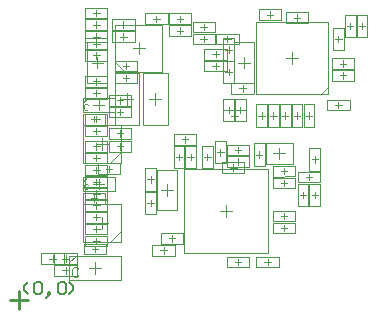
<source format=gbr>
%TF.GenerationSoftware,Altium Limited,Altium Designer,24.3.1 (35)*%
G04 Layer_Color=32768*
%FSLAX45Y45*%
%MOMM*%
%TF.SameCoordinates,49A6F1C3-9DA9-4727-8ECF-3BB51FF8743F*%
%TF.FilePolarity,Positive*%
%TF.FileFunction,Other,Assembly_Notes*%
%TF.Part,Single*%
G01*
G75*
%TA.AperFunction,NonConductor*%
%ADD47C,0.20000*%
%ADD124C,0.10000*%
%ADD125C,0.25400*%
D47*
X73322Y53322D02*
X40000Y86645D01*
Y119968D01*
X73322Y153290D01*
X123306Y136629D02*
X139968Y153290D01*
X173290D01*
X189951Y136629D01*
Y69984D01*
X173290Y53322D01*
X139968D01*
X123306Y69984D01*
Y136629D01*
X239936Y36661D02*
X256597Y53322D01*
Y69984D01*
X239936D01*
Y53322D01*
X256597D01*
X239936Y36661D01*
X223274Y20000D01*
X323242Y136629D02*
X339903Y153290D01*
X373226D01*
X389887Y136629D01*
Y69984D01*
X373226Y53322D01*
X339903D01*
X323242Y69984D01*
Y136629D01*
X423210Y53322D02*
X456532Y86645D01*
Y119968D01*
X423210Y153290D01*
D124*
X2454821Y985000D02*
X2455064Y795000D01*
X2544637D02*
X2545097Y985000D01*
X2500000Y862500D02*
Y917500D01*
X2472500Y890000D02*
X2527500D01*
X2455064Y795000D02*
X2544637D01*
X2454821Y985000D02*
X2545097D01*
X1395000Y394999D02*
Y1104999D01*
X2105000Y394999D02*
Y1104999D01*
X1395000D02*
X2105000D01*
X1395000Y394999D02*
X2105000D01*
X1700000Y749999D02*
X1800000D01*
X1750000Y699999D02*
Y799999D01*
X610000Y2010000D02*
X710000D01*
X660000Y1960000D02*
Y2060000D01*
X575000Y1840000D02*
Y2180000D01*
X745000Y1840000D02*
Y2180000D01*
X575000Y1840000D02*
X745000D01*
X575000Y2180000D02*
X745000D01*
X1850000Y2010000D02*
X1950000D01*
X1900000Y1960000D02*
Y2060000D01*
X1985000Y1840000D02*
Y2180000D01*
X1815000Y1840000D02*
Y2180000D01*
X1985000D01*
X1815000Y1840000D02*
X1985000D01*
X2122500Y1560000D02*
X2177500D01*
X2150000Y1532500D02*
Y1587500D01*
X2195000Y1465000D02*
Y1655000D01*
X2105000D02*
X2195000D01*
X2105000Y1465000D02*
X2195000D01*
X2105000D02*
Y1655000D01*
X2322500Y1560000D02*
X2377500D01*
X2350000Y1532500D02*
Y1587500D01*
X2305000Y1465000D02*
Y1655000D01*
Y1465000D02*
X2395000D01*
X2305000Y1655000D02*
X2395000D01*
Y1465000D02*
Y1655000D01*
X2022500Y1560000D02*
X2077500D01*
X2050000Y1532500D02*
Y1587500D01*
X2095000Y1465000D02*
Y1655000D01*
X2005000D02*
X2095000D01*
X2005000Y1465000D02*
X2095000D01*
X2005000D02*
Y1655000D01*
X1820000Y1532500D02*
Y1587500D01*
X1792500Y1560000D02*
X1847500D01*
X1725000Y1605000D02*
X1915000D01*
Y1515000D02*
Y1605000D01*
X1725000Y1515000D02*
Y1605000D01*
Y1515000D02*
X1915000D01*
X2145000Y1044821D02*
Y1135097D01*
X2335000Y1045064D02*
Y1134637D01*
X2240000Y1062500D02*
Y1117500D01*
X2212500Y1090000D02*
X2267500D01*
X2145000Y1135097D02*
X2335000Y1134637D01*
X2145000Y1044821D02*
X2335000Y1045064D01*
X1164999Y759999D02*
X1334999D01*
X1164999Y1099999D02*
X1334999D01*
X1164999Y759999D02*
Y1099999D01*
X1334999Y759999D02*
Y1099999D01*
X1250000Y879999D02*
Y979999D01*
X1199999Y929999D02*
X1299999D01*
X810000Y1930000D02*
X1210000D01*
X810000Y2330000D02*
X1210000D01*
X810000Y1930000D02*
Y2330000D01*
X1210000Y1930000D02*
Y2330000D01*
X1010000Y2080000D02*
Y2180000D01*
X960000Y2130000D02*
X1060000D01*
X815000Y2005567D02*
X890567Y1930000D01*
X2085000Y1150000D02*
Y1330000D01*
X2315000Y1150000D02*
Y1330000D01*
X2085000D02*
X2315000D01*
X2085000Y1150000D02*
X2315000D01*
X2150000Y1240000D02*
X2250000D01*
X2200000Y1190000D02*
Y1290000D01*
X2549405Y1742253D02*
X2618601Y1811448D01*
X2310000Y2000000D02*
Y2100000D01*
X2260000Y2050000D02*
X2360000D01*
X2005000Y2355000D02*
X2615000D01*
X2005000Y1745000D02*
X2615000D01*
X2005000D02*
Y2355000D01*
X2615000Y1745000D02*
Y2355000D01*
X540000Y1160000D02*
Y1480000D01*
X860000D01*
X650000Y1320000D02*
X750000D01*
X700000Y1270000D02*
Y1370000D01*
X860000Y1250000D02*
Y1480000D01*
X770000Y1160000D02*
X860000Y1250000D01*
X540000Y1160000D02*
X770000D01*
X860000D01*
Y1250000D01*
X540000Y490000D02*
Y810000D01*
X860000D01*
X650000Y650000D02*
X750000D01*
X700000Y600000D02*
Y700000D01*
X860000Y580000D02*
Y810000D01*
X770000Y490000D02*
X860000Y580000D01*
X540000Y490000D02*
X770000D01*
X860000D01*
Y580000D01*
X2145000Y655000D02*
X2335000D01*
X2145000Y565000D02*
Y655000D01*
X2335000Y565000D02*
Y655000D01*
X2145000Y565000D02*
X2335000D01*
X2212500Y610000D02*
X2267500D01*
X2240000Y582500D02*
Y637500D01*
X2645000Y1855000D02*
X2835000D01*
Y1945000D01*
X2645000Y1855000D02*
Y1945000D01*
X2835000D01*
X2712500Y1900000D02*
X2767500D01*
X2740000Y1872500D02*
Y1927500D01*
X555000Y655000D02*
X745000D01*
X555000D02*
Y745000D01*
X745000Y655000D02*
Y745000D01*
X555000D02*
X745000D01*
X622500Y700000D02*
X677500D01*
X650000Y672500D02*
Y727500D01*
X555000Y645000D02*
X745000D01*
Y555000D02*
Y645000D01*
X555000Y555000D02*
Y645000D01*
Y555000D02*
X745000D01*
X622500Y600000D02*
X677500D01*
X650000Y572500D02*
Y627500D01*
X1065000Y2335000D02*
X1255000D01*
X1065000D02*
Y2425000D01*
X1255000Y2335000D02*
Y2425000D01*
X1065000D02*
X1255000D01*
X1132500Y2380000D02*
X1187500D01*
X1160000Y2352500D02*
Y2407500D01*
X1565000Y2035000D02*
X1755000D01*
X1565000D02*
Y2125000D01*
X1755000Y2035000D02*
Y2125000D01*
X1565000D02*
X1755000D01*
X1632500Y2080000D02*
X1687500D01*
X1660000Y2052500D02*
Y2107500D01*
X535000Y1485000D02*
X725000D01*
Y1575000D01*
X535000Y1485000D02*
Y1575000D01*
X725000D01*
X602500Y1530000D02*
X657500D01*
X630000Y1502500D02*
Y1557500D01*
X295000Y205000D02*
X485000D01*
X295000D02*
Y295000D01*
X485000Y205000D02*
Y295000D01*
X295000D02*
X485000D01*
X362500Y250000D02*
X417500D01*
X390000Y222500D02*
Y277500D01*
X2605000Y1605000D02*
X2795000D01*
Y1695000D01*
X2605000Y1605000D02*
Y1695000D01*
X2795000D01*
X2672500Y1650000D02*
X2727500D01*
X2700000Y1622500D02*
Y1677500D01*
X2605000Y1605000D02*
X2795000D01*
X2605000D02*
Y1695000D01*
X2795000Y1605000D02*
Y1695000D01*
X2605000D02*
X2795000D01*
X2672500Y1650000D02*
X2727500D01*
X2700000Y1622500D02*
Y1677500D01*
X555000Y1055000D02*
X745000D01*
X555000D02*
Y1145000D01*
X745000Y1055000D02*
Y1145000D01*
X555000D02*
X745000D01*
X622500Y1100000D02*
X677500D01*
X650000Y1072500D02*
Y1127500D01*
X555000Y1805000D02*
X745000D01*
X555000D02*
Y1895000D01*
X745000Y1805000D02*
Y1895000D01*
X555000D02*
X745000D01*
X622500Y1850000D02*
X677500D01*
X650000Y1822500D02*
Y1877500D01*
X554999Y2384999D02*
X744999D01*
X554999D02*
Y2474999D01*
X744999Y2384999D02*
Y2474999D01*
X554999D02*
X744999D01*
X622499Y2429999D02*
X677499D01*
X649999Y2402499D02*
Y2457499D01*
X785000Y2285000D02*
X975000D01*
X785000D02*
Y2375000D01*
X975000Y2285000D02*
Y2375000D01*
X785000D02*
X975000D01*
X852500Y2330000D02*
X907500D01*
X880000Y2302500D02*
Y2357500D01*
X805000Y1935000D02*
X995000D01*
X805000D02*
Y2025000D01*
X995000Y1935000D02*
Y2025000D01*
X805000D02*
X995000D01*
X872500Y1980000D02*
X927500D01*
X900000Y1952500D02*
Y2007500D01*
X555000Y2125000D02*
X745000D01*
X555000D02*
Y2215000D01*
X745000Y2125000D02*
Y2215000D01*
X555000D02*
X745000D01*
X622500Y2170000D02*
X677500D01*
X650000Y2142500D02*
Y2197500D01*
X1265000Y2335000D02*
X1455000D01*
X1265000D02*
Y2425000D01*
X1455000Y2335000D02*
Y2425000D01*
X1265000D02*
X1455000D01*
X1332500Y2380000D02*
X1387500D01*
X1360000Y2352500D02*
Y2407500D01*
X2855000Y2225000D02*
Y2415000D01*
Y2225000D02*
X2945000D01*
X2855000Y2415000D02*
X2945000D01*
Y2225000D02*
Y2415000D01*
X2900000Y2292500D02*
Y2347500D01*
X2872500Y2320000D02*
X2927500D01*
X2755000Y2225000D02*
Y2415000D01*
Y2225000D02*
X2845000D01*
X2755000Y2415000D02*
X2845000D01*
Y2225000D02*
Y2415000D01*
X2800000Y2292500D02*
Y2347500D01*
X2772500Y2320000D02*
X2827500D01*
X1465000Y2265000D02*
X1655000D01*
X1465000D02*
Y2355000D01*
X1655000Y2265000D02*
Y2355000D01*
X1465000D02*
X1655000D01*
X1532500Y2310000D02*
X1587500D01*
X1560000Y2282500D02*
Y2337500D01*
X755000Y1645000D02*
X945000D01*
X755000D02*
Y1735000D01*
X945000Y1645000D02*
Y1735000D01*
X755000D02*
X945000D01*
X822500Y1690000D02*
X877500D01*
X850000Y1662500D02*
Y1717500D01*
X1665000Y2165000D02*
X1855000D01*
X1665000D02*
Y2255000D01*
X1855000Y2165000D02*
Y2255000D01*
X1665000D02*
X1855000D01*
X1732500Y2210000D02*
X1787500D01*
X1760000Y2182500D02*
Y2237500D01*
X2205000Y1465000D02*
Y1655000D01*
Y1465000D02*
X2295000D01*
X2205000Y1655000D02*
X2295000D01*
Y1465000D02*
Y1655000D01*
X2250000Y1532500D02*
Y1587500D01*
X2222500Y1560000D02*
X2277500D01*
X2405000Y1465000D02*
Y1655000D01*
Y1465000D02*
X2495000D01*
X2405000Y1655000D02*
X2495000D01*
Y1465000D02*
Y1655000D01*
X2450000Y1532500D02*
Y1587500D01*
X2422500Y1560000D02*
X2477500D01*
X555000Y855000D02*
X745000D01*
X555000D02*
Y945000D01*
X745000Y855000D02*
Y945000D01*
X555000D02*
X745000D01*
X622500Y900000D02*
X677500D01*
X650000Y872500D02*
Y927500D01*
X555000Y1255000D02*
X745000D01*
X555000D02*
Y1345000D01*
X745000Y1255000D02*
Y1345000D01*
X555000D02*
X745000D01*
X622500Y1300000D02*
X677500D01*
X650000Y1272500D02*
Y1327500D01*
X755000Y1365000D02*
X945000D01*
X755000D02*
Y1455000D01*
X945000Y1365000D02*
Y1455000D01*
X755000D02*
X945000D01*
X822500Y1410000D02*
X877500D01*
X850000Y1382500D02*
Y1437500D01*
X2255000Y2435000D02*
X2445000D01*
Y2345000D02*
Y2435000D01*
X2255000Y2345000D02*
Y2435000D01*
Y2345000D02*
X2445000D01*
X2322500Y2390000D02*
X2377500D01*
X2350000Y2362500D02*
Y2417500D01*
X555000Y1485000D02*
X745000D01*
X555000D02*
Y1575000D01*
X745000Y1485000D02*
Y1575000D01*
X555000D02*
X745000D01*
X622500Y1530000D02*
X677500D01*
X650000Y1502500D02*
Y1557500D01*
X555000Y1795000D02*
X745000D01*
Y1705000D02*
Y1795000D01*
X555000Y1705000D02*
Y1795000D01*
Y1705000D02*
X745000D01*
X622500Y1750000D02*
X677500D01*
X650000Y1722500D02*
Y1777500D01*
X1465000Y2255000D02*
X1655000D01*
Y2165000D02*
Y2255000D01*
X1465000Y2165000D02*
Y2255000D01*
Y2165000D02*
X1655000D01*
X1532500Y2210000D02*
X1587500D01*
X1560000Y2182500D02*
Y2237500D01*
X555000Y1475000D02*
X745000D01*
Y1385000D02*
Y1475000D01*
X555000Y1385000D02*
Y1475000D01*
Y1385000D02*
X745000D01*
X622500Y1430000D02*
X677500D01*
X650000Y1402500D02*
Y1457500D01*
X1265000Y2325000D02*
X1455000D01*
Y2235000D02*
Y2325000D01*
X1265000Y2235000D02*
Y2325000D01*
Y2235000D02*
X1455000D01*
X1332500Y2280000D02*
X1387500D01*
X1360000Y2252500D02*
Y2307500D01*
X755000Y1635000D02*
X945000D01*
Y1545000D02*
Y1635000D01*
X755000Y1545000D02*
Y1635000D01*
Y1545000D02*
X945000D01*
X822500Y1590000D02*
X877500D01*
X850000Y1562500D02*
Y1617500D01*
X555000Y2375000D02*
X745000D01*
Y2285000D02*
Y2375000D01*
X555000Y2285000D02*
Y2375000D01*
Y2285000D02*
X745000D01*
X622500Y2330000D02*
X677500D01*
X650000Y2302500D02*
Y2357500D01*
X785000Y2185000D02*
X975000D01*
X785000D02*
Y2275000D01*
X975000Y2185000D02*
Y2275000D01*
X785000D02*
X975000D01*
X852500Y2230000D02*
X907500D01*
X880000Y2202500D02*
Y2257500D01*
X555000Y455000D02*
X745000D01*
X555000D02*
Y545000D01*
X745000Y455000D02*
Y545000D01*
X555000D02*
X745000D01*
X622500Y500000D02*
X677500D01*
X650000Y472500D02*
Y527500D01*
X555000Y1045000D02*
X745000D01*
Y955000D02*
Y1045000D01*
X555000Y955000D02*
Y1045000D01*
Y955000D02*
X745000D01*
X622500Y1000000D02*
X677500D01*
X650000Y972500D02*
Y1027500D01*
X295000Y305000D02*
X485000D01*
X295000D02*
Y395000D01*
X485000Y305000D02*
Y395000D01*
X295000D02*
X485000D01*
X362500Y350000D02*
X417500D01*
X390000Y322500D02*
Y377500D01*
X1565000Y2025000D02*
X1755000D01*
Y1935000D02*
Y2025000D01*
X1565000Y1935000D02*
Y2025000D01*
Y1935000D02*
X1755000D01*
X1632500Y1980000D02*
X1687500D01*
X1660000Y1952500D02*
Y2007500D01*
X555000Y755000D02*
X745000D01*
X555000D02*
Y845000D01*
X745000Y755000D02*
Y845000D01*
X555000D02*
X745000D01*
X622500Y800000D02*
X677500D01*
X650000Y772500D02*
Y827500D01*
X805000Y1835000D02*
X995000D01*
X805000D02*
Y1925000D01*
X995000Y1835000D02*
Y1925000D01*
X805000D02*
X995000D01*
X872500Y1880000D02*
X927500D01*
X900000Y1852500D02*
Y1907500D01*
X555000Y2025000D02*
X745000D01*
X555000D02*
Y2115000D01*
X745000Y2025000D02*
Y2115000D01*
X555000D02*
X745000D01*
X622500Y2070000D02*
X677500D01*
X650000Y2042500D02*
Y2097500D01*
X1715000Y1165000D02*
X1905000D01*
Y1075000D02*
Y1165000D01*
X1715000Y1075000D02*
Y1165000D01*
Y1075000D02*
X1905000D01*
X1782500Y1120000D02*
X1837500D01*
X1810000Y1092500D02*
Y1147500D01*
X555000Y1245000D02*
X745000D01*
Y1155000D02*
Y1245000D01*
X555000Y1155000D02*
Y1245000D01*
Y1155000D02*
X745000D01*
X622500Y1200000D02*
X677500D01*
X650000Y1172500D02*
Y1227500D01*
X1125000Y465000D02*
X1315000D01*
Y375000D02*
Y465000D01*
X1125000Y375000D02*
Y465000D01*
Y375000D02*
X1315000D01*
X1192500Y420000D02*
X1247500D01*
X1220000Y392500D02*
Y447500D01*
X665000Y1155000D02*
X855000D01*
X665000Y1065000D02*
Y1155000D01*
X855000Y1065000D02*
Y1155000D01*
X665000Y1065000D02*
X855000D01*
X732500Y1110000D02*
X787500D01*
X760000Y1082500D02*
Y1137500D01*
X2645000Y2045000D02*
X2835000D01*
X2645000Y1955000D02*
Y2045000D01*
X2835000Y1955000D02*
Y2045000D01*
X2645000Y1955000D02*
X2835000D01*
X2712500Y2000000D02*
X2767500D01*
X2740000Y1972500D02*
Y2027500D01*
X1655000Y1154999D02*
Y1345000D01*
Y1154999D02*
X1745000D01*
X1655000Y1345000D02*
X1745000D01*
Y1154999D02*
Y1345000D01*
X1700000Y1222500D02*
Y1277500D01*
X1672500Y1250000D02*
X1727500D01*
X755000Y1345000D02*
X945000D01*
Y1255000D02*
Y1345000D01*
X755000Y1255000D02*
Y1345000D01*
Y1255000D02*
X945000D01*
X822500Y1300000D02*
X877500D01*
X850000Y1272500D02*
Y1327500D01*
X1825000Y1515000D02*
Y1705000D01*
Y1515000D02*
X1915000D01*
X1825000Y1705000D02*
X1915000D01*
Y1515000D02*
Y1705000D01*
X1870000Y1582500D02*
Y1637500D01*
X1842500Y1610000D02*
X1897500D01*
X545000Y475000D02*
X735000D01*
X545000Y385000D02*
Y475000D01*
X735000Y385000D02*
Y475000D01*
X545000Y385000D02*
X735000D01*
X612500Y430000D02*
X667500D01*
X640000Y402500D02*
Y457500D01*
X535000Y815000D02*
X725000D01*
Y905000D01*
X535000Y815000D02*
Y905000D01*
X725000D01*
X602500Y860000D02*
X657500D01*
X630000Y832500D02*
Y887500D01*
X535000Y1710000D02*
X615000D01*
X535000Y1630000D02*
Y1710000D01*
X805000Y1590000D02*
Y1710000D01*
X535000Y1590000D02*
X805000D01*
X625000Y1650000D02*
X715000D01*
X670000Y1605000D02*
Y1695000D01*
X575576Y1710000D02*
X805000D01*
X535000Y1669424D02*
X575576Y1710000D01*
X535000Y1590000D02*
Y1669424D01*
X860000Y165000D02*
Y375000D01*
X420000Y165000D02*
X860000D01*
X590000Y270000D02*
X690000D01*
X640000Y220000D02*
Y320000D01*
X475459Y375000D02*
X860000D01*
X420000Y319541D02*
X475459Y375000D01*
X420000Y165000D02*
Y319541D01*
Y295000D02*
Y375000D01*
X500000D01*
X535000Y920000D02*
Y999595D01*
X575405Y1040000D01*
X805000D01*
Y920000D02*
Y1040000D01*
X535000Y920000D02*
X805000D01*
X625000Y980000D02*
X715000D01*
X670000Y935000D02*
Y1025000D01*
X535000Y960000D02*
Y1040000D01*
X615000D01*
X2355000Y1084936D02*
X2545000Y1085179D01*
X2355000Y995364D02*
X2545000Y994903D01*
X2422500Y1040000D02*
X2477500D01*
X2450000Y1012500D02*
Y1067500D01*
X2355000Y995364D02*
Y1084936D01*
X2545000Y994903D02*
Y1085179D01*
X2454903Y1095000D02*
X2545180D01*
X2455364Y1285000D02*
X2544936D01*
X2472500Y1190000D02*
X2527500D01*
X2500000Y1162500D02*
Y1217500D01*
X2454903Y1095000D02*
X2455364Y1285000D01*
X2544936D02*
X2545180Y1095000D01*
X2354903Y795000D02*
X2445180D01*
X2355364Y985000D02*
X2444936D01*
X2372500Y890000D02*
X2427500D01*
X2400000Y862500D02*
Y917500D01*
X2354903Y795000D02*
X2355364Y985000D01*
X2444936D02*
X2445180Y795000D01*
X2145000Y944821D02*
Y1035097D01*
X2335000Y945064D02*
Y1034636D01*
X2240000Y962500D02*
Y1017500D01*
X2212500Y990000D02*
X2267500D01*
X2145000Y1035097D02*
X2335000Y1034636D01*
X2145000Y944821D02*
X2335000Y945064D01*
X2145000Y664821D02*
Y755097D01*
X2335000Y665064D02*
Y754637D01*
X2240000Y682500D02*
Y737500D01*
X2212500Y710000D02*
X2267500D01*
X2145000Y755097D02*
X2335000Y754637D01*
X2145000Y664821D02*
X2335000Y665064D01*
X1945000Y1124902D02*
Y1215179D01*
X1755000Y1125363D02*
Y1214935D01*
X1850000Y1142499D02*
Y1197499D01*
X1822500Y1169999D02*
X1877500D01*
X1755000Y1125363D02*
X1945000Y1124902D01*
X1755000Y1214935D02*
X1945000Y1215179D01*
X1544903Y1115000D02*
X1635179D01*
X1545363Y1305000D02*
X1634936D01*
X1562500Y1210000D02*
X1617500D01*
X1590000Y1182500D02*
Y1237499D01*
X1544903Y1115000D02*
X1545363Y1305000D01*
X1634936D02*
X1635179Y1115000D01*
X1304903D02*
X1395179D01*
X1305363Y1305000D02*
X1394935D01*
X1322500Y1210000D02*
X1377500D01*
X1350000Y1182500D02*
Y1237499D01*
X1304903Y1115000D02*
X1305363Y1305000D01*
X1394935D02*
X1395179Y1115000D01*
X1945000Y1224903D02*
Y1315179D01*
X1755000Y1225363D02*
Y1314935D01*
X1850000Y1242499D02*
Y1297499D01*
X1822500Y1269999D02*
X1877500D01*
X1755000Y1225363D02*
X1945000Y1224903D01*
X1755000Y1314935D02*
X1945000Y1315179D01*
X2005000Y274820D02*
Y365097D01*
X2195000Y275064D02*
Y364636D01*
X2100000Y292500D02*
Y347500D01*
X2072500Y320000D02*
X2127500D01*
X2005000Y365097D02*
X2195000Y364636D01*
X2005000Y274820D02*
X2195000Y275064D01*
X1495000Y1314903D02*
Y1405179D01*
X1305000Y1315363D02*
Y1404935D01*
X1400000Y1332499D02*
Y1387499D01*
X1372500Y1360000D02*
X1427500D01*
X1305000Y1315363D02*
X1495000Y1314903D01*
X1305000Y1404935D02*
X1495000Y1405179D01*
X1064820Y915000D02*
X1155097D01*
X1065064Y725000D02*
X1154636D01*
X1082500Y820000D02*
X1137500D01*
X1110000Y792500D02*
Y847500D01*
X1154636Y725000D02*
X1155097Y915000D01*
X1064820D02*
X1065064Y725000D01*
X1064903Y924999D02*
X1155179D01*
X1065363Y1115000D02*
X1154935D01*
X1082500Y1019999D02*
X1137500D01*
X1110000Y992499D02*
Y1047499D01*
X1064903Y924999D02*
X1065363Y1115000D01*
X1154935D02*
X1155179Y924999D01*
X1984903Y1135000D02*
X2075179D01*
X1985364Y1325000D02*
X2074936D01*
X2002500Y1230000D02*
X2057500D01*
X2030000Y1202500D02*
Y1257500D01*
X1984903Y1135000D02*
X1985364Y1325000D01*
X2074936D02*
X2075179Y1135000D01*
X1100000Y1700000D02*
X1200000D01*
X1150000Y1650000D02*
Y1750000D01*
X1255000Y1480000D02*
Y1920000D01*
X1045000Y1480000D02*
Y1920000D01*
X1255000D01*
X1045000Y1480000D02*
X1255000D01*
X1404903Y1115000D02*
X1495179D01*
X1405363Y1305000D02*
X1494936D01*
X1422500Y1210000D02*
X1477500D01*
X1450000Y1182500D02*
Y1237499D01*
X1404903Y1115000D02*
X1405363Y1305000D01*
X1494936D02*
X1495179Y1115000D01*
X745000Y2184903D02*
Y2275180D01*
X555000Y2185364D02*
Y2274936D01*
X650000Y2202500D02*
Y2257500D01*
X622500Y2230000D02*
X677500D01*
X555000Y2185364D02*
X745000Y2184903D01*
X555000Y2274936D02*
X745000Y2275180D01*
X805000Y1480000D02*
X1015000D01*
X805000Y1920000D02*
X1015000D01*
X805000Y1480000D02*
Y1920000D01*
X1015000Y1480000D02*
Y1920000D01*
X910000Y1650000D02*
Y1750000D01*
X860000Y1700000D02*
X960000D01*
X745000Y2284903D02*
Y2375179D01*
X555000Y2285363D02*
Y2374936D01*
X650000Y2302500D02*
Y2357500D01*
X622500Y2330000D02*
X677500D01*
X555000Y2285363D02*
X745000Y2284903D01*
X555000Y2374936D02*
X745000Y2375179D01*
X1814936Y1705000D02*
X1815180Y1515000D01*
X1724903D02*
X1725364Y1705000D01*
X1770000Y1582500D02*
Y1637500D01*
X1742500Y1610000D02*
X1797500D01*
X1725364Y1705000D02*
X1814936D01*
X1724903Y1515000D02*
X1815180D01*
X1985000Y1744903D02*
Y1835179D01*
X1795000Y1745364D02*
Y1834936D01*
X1890000Y1762500D02*
Y1817500D01*
X1862500Y1790000D02*
X1917500D01*
X1795000Y1745364D02*
X1985000Y1744903D01*
X1795000Y1834936D02*
X1985000Y1835179D01*
X2654820Y2305000D02*
X2745097D01*
X2655064Y2115000D02*
X2744636D01*
X2672500Y2210000D02*
X2727500D01*
X2700000Y2182500D02*
Y2237500D01*
X2744636Y2115000D02*
X2745097Y2305000D01*
X2654820D02*
X2655064Y2115000D01*
X2024800Y2370724D02*
Y2461000D01*
X2214800Y2370968D02*
Y2460540D01*
X2119800Y2388403D02*
Y2443403D01*
X2092300Y2415903D02*
X2147299D01*
X2024800Y2461000D02*
X2214800Y2460540D01*
X2024800Y2370724D02*
X2214800Y2370968D01*
X1724903Y1835000D02*
X1815180D01*
X1725364Y2025000D02*
X1814936D01*
X1742500Y1930000D02*
X1797500D01*
X1770000Y1902500D02*
Y1957500D01*
X1724903Y1835000D02*
X1725364Y2025000D01*
X1814936D02*
X1815180Y1835000D01*
X1724821Y2215000D02*
X1815097D01*
X1725064Y2025000D02*
X1814636D01*
X1742500Y2120000D02*
X1797500D01*
X1770000Y2092500D02*
Y2147500D01*
X1814636Y2025000D02*
X1815097Y2215000D01*
X1724821D02*
X1725064Y2025000D01*
X1755000Y274820D02*
Y365097D01*
X1945000Y275064D02*
Y364636D01*
X1850000Y292500D02*
Y347500D01*
X1822500Y320000D02*
X1877500D01*
X1755000Y365097D02*
X1945000Y364636D01*
X1755000Y274820D02*
X1945000Y275064D01*
X185000Y304821D02*
Y395097D01*
X375000Y305064D02*
Y394636D01*
X280000Y322500D02*
Y377500D01*
X252500Y350000D02*
X307500D01*
X185000Y395097D02*
X375000Y394636D01*
X185000Y304821D02*
X375000Y305064D01*
X1385000Y474902D02*
Y565179D01*
X1195000Y475363D02*
Y564935D01*
X1290000Y492499D02*
Y547499D01*
X1262500Y519999D02*
X1317500D01*
X1195000Y475363D02*
X1385000Y474902D01*
X1195000Y564935D02*
X1385000Y565179D01*
X583322Y1646653D02*
X574992Y1654984D01*
X558331D01*
X550000Y1646653D01*
Y1613331D01*
X558331Y1605000D01*
X574992D01*
X583322Y1613331D01*
X498316Y261647D02*
X484987Y274976D01*
X458329D01*
X445000Y261647D01*
Y208331D01*
X458329Y195002D01*
X484987D01*
X498316Y208331D01*
X583322Y976653D02*
X574992Y984984D01*
X558331D01*
X550000Y976653D01*
Y943331D01*
X558331Y935000D01*
X574992D01*
X583322Y943331D01*
D125*
X0Y-76200D02*
Y76200D01*
X-76200Y0D02*
X76200D01*
%TF.MD5,551b583d07fac49c5cd8530bd375be53*%
M02*

</source>
